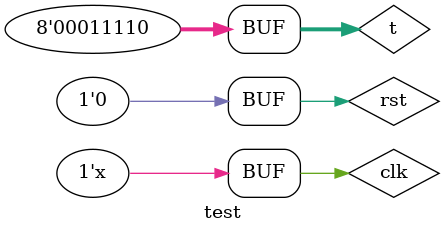
<source format=v>
`timescale 1ns / 1ps

module test;

	// Inputs
	reg [7:0] t;
	reg clk;
	reg rst;

	// Outputs
	wire cooler;
	wire heater;
	wire [3:0]rps;

	// Instantiate the Unit Under Test (UUT)
	incubator uut (
		.t(t), 
		.clk(clk), 
		.rst(rst), 
		.cooler(cooler), 
		.heater(heater), 
		.rps(rps)
	);

//T > 35    ->   cooler = 1
//T < 15 ->   heater = 1
//35> T > 30   ->   cooler = 0       heater = 0
//25>T > 15    ->   cooler = 0          heater = 0

	initial begin
		t = 22; //none
		clk = 0;
		rst = 1;
		//raise //heater
		#20
		rst =0;
		t = -9;
		#20
		t = -4;
		#20		
		t = 10;
		#20
		t = 23;
		#20
		t = 33;	//none	
		#20		
		t = 36;	//cooler	
		#20
		t = 42;		
		#20
		t = 55;	
		//fall		
		#20
		t = 39;
		#20
		t = 30;
		//#20
		//t = 22; //none

	end
      always clk = #10 ~clk;
endmodule


</source>
